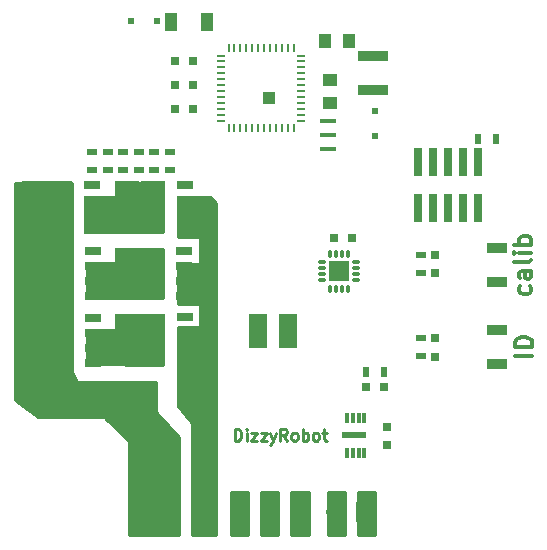
<source format=gbr>
G04 #@! TF.FileFunction,Soldermask,Top*
%FSLAX46Y46*%
G04 Gerber Fmt 4.6, Leading zero omitted, Abs format (unit mm)*
G04 Created by KiCad (PCBNEW 4.0.6) date 10/13/18 21:28:43*
%MOMM*%
%LPD*%
G01*
G04 APERTURE LIST*
%ADD10C,0.100000*%
%ADD11C,0.300000*%
%ADD12C,0.250000*%
%ADD13R,1.000000X1.250000*%
%ADD14R,1.250000X1.000000*%
%ADD15R,0.800000X0.750000*%
%ADD16R,0.750000X0.800000*%
%ADD17R,1.700000X0.900000*%
%ADD18R,0.500000X0.500000*%
%ADD19R,0.800000X0.800000*%
%ADD20R,1.700000X1.700000*%
%ADD21O,1.700000X1.700000*%
%ADD22R,2.500000X0.900000*%
%ADD23R,1.400000X0.700000*%
%ADD24R,4.300000X4.410000*%
%ADD25R,0.900000X0.500000*%
%ADD26R,0.500000X0.900000*%
%ADD27R,0.700000X0.250000*%
%ADD28R,0.250000X0.700000*%
%ADD29R,1.000000X1.000000*%
%ADD30R,0.304800X0.889000*%
%ADD31R,2.000000X0.600000*%
%ADD32O,0.300000X0.750000*%
%ADD33O,0.750000X0.300000*%
%ADD34R,0.900000X0.900000*%
%ADD35R,1.400000X0.400000*%
%ADD36R,1.000000X1.600000*%
%ADD37R,2.150000X2.200000*%
%ADD38R,0.740000X2.400000*%
%ADD39R,1.500000X3.000000*%
%ADD40C,0.254000*%
G04 APERTURE END LIST*
D10*
D11*
X87107143Y-66750000D02*
X87178571Y-66892857D01*
X87178571Y-67178571D01*
X87107143Y-67321429D01*
X87035714Y-67392857D01*
X86892857Y-67464286D01*
X86464286Y-67464286D01*
X86321429Y-67392857D01*
X86250000Y-67321429D01*
X86178571Y-67178571D01*
X86178571Y-66892857D01*
X86250000Y-66750000D01*
X87178571Y-65464286D02*
X86392857Y-65464286D01*
X86250000Y-65535715D01*
X86178571Y-65678572D01*
X86178571Y-65964286D01*
X86250000Y-66107143D01*
X87107143Y-65464286D02*
X87178571Y-65607143D01*
X87178571Y-65964286D01*
X87107143Y-66107143D01*
X86964286Y-66178572D01*
X86821429Y-66178572D01*
X86678571Y-66107143D01*
X86607143Y-65964286D01*
X86607143Y-65607143D01*
X86535714Y-65464286D01*
X87178571Y-64535714D02*
X87107143Y-64678572D01*
X86964286Y-64750000D01*
X85678571Y-64750000D01*
X87178571Y-63964286D02*
X86178571Y-63964286D01*
X85678571Y-63964286D02*
X85750000Y-64035715D01*
X85821429Y-63964286D01*
X85750000Y-63892858D01*
X85678571Y-63964286D01*
X85821429Y-63964286D01*
X87178571Y-63250000D02*
X85678571Y-63250000D01*
X86250000Y-63250000D02*
X86178571Y-63107143D01*
X86178571Y-62821429D01*
X86250000Y-62678572D01*
X86321429Y-62607143D01*
X86464286Y-62535714D01*
X86892857Y-62535714D01*
X87035714Y-62607143D01*
X87107143Y-62678572D01*
X87178571Y-62821429D01*
X87178571Y-63107143D01*
X87107143Y-63250000D01*
X87278571Y-72650000D02*
X85778571Y-72650000D01*
X87278571Y-71935714D02*
X85778571Y-71935714D01*
X85778571Y-71578571D01*
X85850000Y-71364286D01*
X85992857Y-71221428D01*
X86135714Y-71150000D01*
X86421429Y-71078571D01*
X86635714Y-71078571D01*
X86921429Y-71150000D01*
X87064286Y-71221428D01*
X87207143Y-71364286D01*
X87278571Y-71578571D01*
X87278571Y-71935714D01*
D12*
X62066666Y-79852381D02*
X62066666Y-78852381D01*
X62304761Y-78852381D01*
X62447619Y-78900000D01*
X62542857Y-78995238D01*
X62590476Y-79090476D01*
X62638095Y-79280952D01*
X62638095Y-79423810D01*
X62590476Y-79614286D01*
X62542857Y-79709524D01*
X62447619Y-79804762D01*
X62304761Y-79852381D01*
X62066666Y-79852381D01*
X63066666Y-79852381D02*
X63066666Y-79185714D01*
X63066666Y-78852381D02*
X63019047Y-78900000D01*
X63066666Y-78947619D01*
X63114285Y-78900000D01*
X63066666Y-78852381D01*
X63066666Y-78947619D01*
X63447618Y-79185714D02*
X63971428Y-79185714D01*
X63447618Y-79852381D01*
X63971428Y-79852381D01*
X64257142Y-79185714D02*
X64780952Y-79185714D01*
X64257142Y-79852381D01*
X64780952Y-79852381D01*
X65066666Y-79185714D02*
X65304761Y-79852381D01*
X65542857Y-79185714D02*
X65304761Y-79852381D01*
X65209523Y-80090476D01*
X65161904Y-80138095D01*
X65066666Y-80185714D01*
X66495238Y-79852381D02*
X66161904Y-79376190D01*
X65923809Y-79852381D02*
X65923809Y-78852381D01*
X66304762Y-78852381D01*
X66400000Y-78900000D01*
X66447619Y-78947619D01*
X66495238Y-79042857D01*
X66495238Y-79185714D01*
X66447619Y-79280952D01*
X66400000Y-79328571D01*
X66304762Y-79376190D01*
X65923809Y-79376190D01*
X67066666Y-79852381D02*
X66971428Y-79804762D01*
X66923809Y-79757143D01*
X66876190Y-79661905D01*
X66876190Y-79376190D01*
X66923809Y-79280952D01*
X66971428Y-79233333D01*
X67066666Y-79185714D01*
X67209524Y-79185714D01*
X67304762Y-79233333D01*
X67352381Y-79280952D01*
X67400000Y-79376190D01*
X67400000Y-79661905D01*
X67352381Y-79757143D01*
X67304762Y-79804762D01*
X67209524Y-79852381D01*
X67066666Y-79852381D01*
X67828571Y-79852381D02*
X67828571Y-78852381D01*
X67828571Y-79233333D02*
X67923809Y-79185714D01*
X68114286Y-79185714D01*
X68209524Y-79233333D01*
X68257143Y-79280952D01*
X68304762Y-79376190D01*
X68304762Y-79661905D01*
X68257143Y-79757143D01*
X68209524Y-79804762D01*
X68114286Y-79852381D01*
X67923809Y-79852381D01*
X67828571Y-79804762D01*
X68876190Y-79852381D02*
X68780952Y-79804762D01*
X68733333Y-79757143D01*
X68685714Y-79661905D01*
X68685714Y-79376190D01*
X68733333Y-79280952D01*
X68780952Y-79233333D01*
X68876190Y-79185714D01*
X69019048Y-79185714D01*
X69114286Y-79233333D01*
X69161905Y-79280952D01*
X69209524Y-79376190D01*
X69209524Y-79661905D01*
X69161905Y-79757143D01*
X69114286Y-79804762D01*
X69019048Y-79852381D01*
X68876190Y-79852381D01*
X69495238Y-79185714D02*
X69876190Y-79185714D01*
X69638095Y-78852381D02*
X69638095Y-79709524D01*
X69685714Y-79804762D01*
X69780952Y-79852381D01*
X69876190Y-79852381D01*
D13*
X71750000Y-46050000D03*
X69750000Y-46050000D03*
D14*
X70150000Y-51300000D03*
X70150000Y-49300000D03*
D15*
X58550000Y-51800000D03*
X57050000Y-51800000D03*
X58550000Y-49750000D03*
X57050000Y-49750000D03*
X58550000Y-47750000D03*
X57050000Y-47750000D03*
D16*
X75000000Y-80200000D03*
X75000000Y-78700000D03*
D15*
X70500000Y-62700000D03*
X72000000Y-62700000D03*
D17*
X84300000Y-66400000D03*
X84300000Y-63500000D03*
D18*
X73950000Y-51900000D03*
X73950000Y-54100000D03*
D19*
X74750000Y-75350000D03*
X73150000Y-75350000D03*
X79000000Y-71150000D03*
X79000000Y-72750000D03*
D18*
X55500000Y-44350000D03*
X53300000Y-44350000D03*
D19*
X79000000Y-64100000D03*
X79000000Y-65700000D03*
D17*
X84300000Y-73350000D03*
X84300000Y-70450000D03*
D20*
X73200000Y-85900000D03*
D21*
X70660000Y-85900000D03*
D20*
X56600000Y-85900000D03*
X59200000Y-85900000D03*
X62500000Y-85900000D03*
X65040000Y-85900000D03*
X67580000Y-85900000D03*
D22*
X73750000Y-50200000D03*
X73750000Y-47300000D03*
D23*
X50100000Y-73240000D03*
X50100000Y-71970000D03*
X50100000Y-70700000D03*
X50100000Y-69430000D03*
D24*
X46290000Y-71335000D03*
D23*
X50100000Y-67570000D03*
X50100000Y-66300000D03*
X50100000Y-65030000D03*
X50100000Y-63760000D03*
D24*
X46290000Y-65665000D03*
D23*
X50000000Y-62000000D03*
X50000000Y-60730000D03*
X50000000Y-59460000D03*
X50000000Y-58190000D03*
D24*
X46190000Y-60095000D03*
D25*
X77800000Y-72700000D03*
X77800000Y-71200000D03*
X77800000Y-65650000D03*
X77800000Y-64150000D03*
X55250000Y-56950000D03*
X55250000Y-55450000D03*
X56600000Y-56950000D03*
X56600000Y-55450000D03*
X52650000Y-56950000D03*
X52650000Y-55450000D03*
X53950000Y-56950000D03*
X53950000Y-55450000D03*
X50000000Y-56950000D03*
X50000000Y-55450000D03*
X51350000Y-56950000D03*
X51350000Y-55450000D03*
D26*
X73200000Y-74050000D03*
X74700000Y-74050000D03*
D27*
X67700000Y-52750000D03*
X67700000Y-52250000D03*
X67700000Y-51750000D03*
X67700000Y-51250000D03*
X67700000Y-50750000D03*
X67700000Y-50250000D03*
X67700000Y-49750000D03*
X67700000Y-49250000D03*
X67700000Y-48750000D03*
X67700000Y-48250000D03*
X67700000Y-47750000D03*
X67700000Y-47250000D03*
D28*
X67050000Y-46600000D03*
X66550000Y-46600000D03*
X66050000Y-46600000D03*
X65550000Y-46600000D03*
X65050000Y-46600000D03*
X64550000Y-46600000D03*
X64050000Y-46600000D03*
X63550000Y-46600000D03*
X63050000Y-46600000D03*
X62550000Y-46600000D03*
X62050000Y-46600000D03*
X61550000Y-46600000D03*
D27*
X60900000Y-47250000D03*
X60900000Y-47750000D03*
X60900000Y-48250000D03*
X60900000Y-48750000D03*
X60900000Y-49250000D03*
X60900000Y-49750000D03*
X60900000Y-50250000D03*
X60900000Y-50750000D03*
X60900000Y-51250000D03*
X60900000Y-51750000D03*
X60900000Y-52250000D03*
X60900000Y-52750000D03*
D28*
X61550000Y-53400000D03*
X62050000Y-53400000D03*
X62550000Y-53400000D03*
X63050000Y-53400000D03*
X63550000Y-53400000D03*
X64050000Y-53400000D03*
X64550000Y-53400000D03*
X65050000Y-53400000D03*
X65550000Y-53400000D03*
X66050000Y-53400000D03*
X66550000Y-53400000D03*
X67050000Y-53400000D03*
D29*
X65000000Y-50800000D03*
D30*
X73050000Y-77900000D03*
X72550000Y-77900000D03*
X72050000Y-77900000D03*
X71550000Y-77900000D03*
X71550000Y-80922600D03*
X72050000Y-80922600D03*
X72550000Y-80922600D03*
X73050000Y-80922600D03*
D31*
X72200000Y-79411300D03*
D32*
X70150000Y-66975000D03*
X70650000Y-66975000D03*
X71150000Y-66975000D03*
X71650000Y-66975000D03*
D33*
X72375000Y-66250000D03*
X72375000Y-65750000D03*
X72375000Y-65250000D03*
X72375000Y-64750000D03*
D32*
X71650000Y-64025000D03*
X71150000Y-64025000D03*
X70650000Y-64025000D03*
X70150000Y-64025000D03*
D33*
X69425000Y-64750000D03*
X69425000Y-65250000D03*
X69425000Y-65750000D03*
X69425000Y-66250000D03*
D34*
X71350000Y-65050000D03*
X70450000Y-65050000D03*
X71350000Y-65950000D03*
X70450000Y-65950000D03*
D35*
X70000000Y-55150000D03*
X70000000Y-53950000D03*
X70000000Y-52750000D03*
D36*
X56700000Y-44400000D03*
X59700000Y-44400000D03*
D23*
X57823935Y-73205000D03*
X57823935Y-71935000D03*
X57823935Y-70665000D03*
X57823935Y-69395000D03*
D37*
X52958935Y-72400000D03*
X52958935Y-70200000D03*
X55108935Y-72400000D03*
X55108935Y-70200000D03*
D23*
X57810000Y-67605000D03*
X57810000Y-66335000D03*
X57810000Y-65065000D03*
X57810000Y-63795000D03*
D37*
X52945000Y-66800000D03*
X52945000Y-64600000D03*
X55095000Y-66800000D03*
X55095000Y-64600000D03*
D23*
X57823935Y-62000000D03*
X57823935Y-60730000D03*
X57823935Y-59460000D03*
X57823935Y-58190000D03*
D37*
X52958935Y-61195000D03*
X52958935Y-58995000D03*
X55108935Y-61195000D03*
X55108935Y-58995000D03*
D38*
X77610000Y-60150000D03*
X77610000Y-56250000D03*
X78880000Y-60150000D03*
X78880000Y-56250000D03*
X80150000Y-60150000D03*
X80150000Y-56250000D03*
X81420000Y-60150000D03*
X81420000Y-56250000D03*
X82690000Y-60150000D03*
X82690000Y-56250000D03*
D39*
X66600000Y-70600000D03*
X64060000Y-70600000D03*
D26*
X84200000Y-54300000D03*
X82700000Y-54300000D03*
D40*
G36*
X48273000Y-74000000D02*
X48286408Y-74056796D01*
X48686408Y-74856796D01*
X48717454Y-74896515D01*
X48761507Y-74921026D01*
X48800000Y-74927000D01*
X55373000Y-74927000D01*
X55373000Y-77300000D01*
X55383006Y-77349410D01*
X55406028Y-77385429D01*
X57373000Y-79549098D01*
X57373000Y-87873000D01*
X53127000Y-87873000D01*
X53127000Y-80000000D01*
X53116994Y-79950590D01*
X53089803Y-79910197D01*
X51089803Y-77910197D01*
X51047789Y-77882334D01*
X51000000Y-77873000D01*
X45391502Y-77873000D01*
X43427000Y-76435559D01*
X43427000Y-58027000D01*
X48273000Y-58027000D01*
X48273000Y-74000000D01*
X48273000Y-74000000D01*
G37*
X48273000Y-74000000D02*
X48286408Y-74056796D01*
X48686408Y-74856796D01*
X48717454Y-74896515D01*
X48761507Y-74921026D01*
X48800000Y-74927000D01*
X55373000Y-74927000D01*
X55373000Y-77300000D01*
X55383006Y-77349410D01*
X55406028Y-77385429D01*
X57373000Y-79549098D01*
X57373000Y-87873000D01*
X53127000Y-87873000D01*
X53127000Y-80000000D01*
X53116994Y-79950590D01*
X53089803Y-79910197D01*
X51089803Y-77910197D01*
X51047789Y-77882334D01*
X51000000Y-77873000D01*
X45391502Y-77873000D01*
X43427000Y-76435559D01*
X43427000Y-58027000D01*
X48273000Y-58027000D01*
X48273000Y-74000000D01*
G36*
X55974435Y-62173000D02*
X49427000Y-62173000D01*
X49427000Y-59227000D01*
X51850000Y-59227000D01*
X51899410Y-59216994D01*
X51941035Y-59188553D01*
X51968315Y-59146159D01*
X51977000Y-59100000D01*
X51977000Y-58027000D01*
X56021548Y-58027000D01*
X55974435Y-62173000D01*
X55974435Y-62173000D01*
G37*
X55974435Y-62173000D02*
X49427000Y-62173000D01*
X49427000Y-59227000D01*
X51850000Y-59227000D01*
X51899410Y-59216994D01*
X51941035Y-59188553D01*
X51968315Y-59146159D01*
X51977000Y-59100000D01*
X51977000Y-58027000D01*
X56021548Y-58027000D01*
X55974435Y-62173000D01*
G36*
X55974435Y-67773000D02*
X49527000Y-67773000D01*
X49527000Y-64827000D01*
X51900000Y-64827000D01*
X51949410Y-64816994D01*
X51991035Y-64788553D01*
X52018315Y-64746159D01*
X52027000Y-64700000D01*
X52027000Y-63627000D01*
X56021548Y-63627000D01*
X55974435Y-67773000D01*
X55974435Y-67773000D01*
G37*
X55974435Y-67773000D02*
X49527000Y-67773000D01*
X49527000Y-64827000D01*
X51900000Y-64827000D01*
X51949410Y-64816994D01*
X51991035Y-64788553D01*
X52018315Y-64746159D01*
X52027000Y-64700000D01*
X52027000Y-63627000D01*
X56021548Y-63627000D01*
X55974435Y-67773000D01*
G36*
X56023000Y-73422055D02*
X49527000Y-73373937D01*
X49527000Y-70477000D01*
X51900000Y-70477000D01*
X51949410Y-70466994D01*
X51991035Y-70438553D01*
X52018315Y-70396159D01*
X52027000Y-70350000D01*
X52027000Y-69227000D01*
X56023000Y-69227000D01*
X56023000Y-73422055D01*
X56023000Y-73422055D01*
G37*
X56023000Y-73422055D02*
X49527000Y-73373937D01*
X49527000Y-70477000D01*
X51900000Y-70477000D01*
X51949410Y-70466994D01*
X51991035Y-70438553D01*
X52018315Y-70396159D01*
X52027000Y-70350000D01*
X52027000Y-69227000D01*
X56023000Y-69227000D01*
X56023000Y-73422055D01*
G36*
X60473000Y-59702606D02*
X60473000Y-87873000D01*
X58427000Y-87873000D01*
X58427000Y-78350000D01*
X58416994Y-78300590D01*
X58394921Y-78265626D01*
X57227000Y-76951715D01*
X57227000Y-70227000D01*
X59000000Y-70227000D01*
X59049410Y-70216994D01*
X59091035Y-70188553D01*
X59118315Y-70146159D01*
X59127000Y-70100000D01*
X59127000Y-68400000D01*
X59116994Y-68350590D01*
X59088553Y-68308965D01*
X59046159Y-68281685D01*
X59000000Y-68273000D01*
X57227000Y-68273000D01*
X57227000Y-64877000D01*
X59000000Y-64877000D01*
X59049410Y-64866994D01*
X59091035Y-64838553D01*
X59118315Y-64796159D01*
X59127000Y-64750000D01*
X59127000Y-62750000D01*
X59116994Y-62700590D01*
X59088553Y-62658965D01*
X59046159Y-62631685D01*
X59000000Y-62623000D01*
X57227000Y-62623000D01*
X57227000Y-59227000D01*
X59997394Y-59227000D01*
X60473000Y-59702606D01*
X60473000Y-59702606D01*
G37*
X60473000Y-59702606D02*
X60473000Y-87873000D01*
X58427000Y-87873000D01*
X58427000Y-78350000D01*
X58416994Y-78300590D01*
X58394921Y-78265626D01*
X57227000Y-76951715D01*
X57227000Y-70227000D01*
X59000000Y-70227000D01*
X59049410Y-70216994D01*
X59091035Y-70188553D01*
X59118315Y-70146159D01*
X59127000Y-70100000D01*
X59127000Y-68400000D01*
X59116994Y-68350590D01*
X59088553Y-68308965D01*
X59046159Y-68281685D01*
X59000000Y-68273000D01*
X57227000Y-68273000D01*
X57227000Y-64877000D01*
X59000000Y-64877000D01*
X59049410Y-64866994D01*
X59091035Y-64838553D01*
X59118315Y-64796159D01*
X59127000Y-64750000D01*
X59127000Y-62750000D01*
X59116994Y-62700590D01*
X59088553Y-62658965D01*
X59046159Y-62631685D01*
X59000000Y-62623000D01*
X57227000Y-62623000D01*
X57227000Y-59227000D01*
X59997394Y-59227000D01*
X60473000Y-59702606D01*
G36*
X63223000Y-87873000D02*
X61777000Y-87873000D01*
X61777000Y-84177000D01*
X63223000Y-84177000D01*
X63223000Y-87873000D01*
X63223000Y-87873000D01*
G37*
X63223000Y-87873000D02*
X61777000Y-87873000D01*
X61777000Y-84177000D01*
X63223000Y-84177000D01*
X63223000Y-87873000D01*
G36*
X65773000Y-87873000D02*
X64277000Y-87873000D01*
X64277000Y-84177000D01*
X65773000Y-84177000D01*
X65773000Y-87873000D01*
X65773000Y-87873000D01*
G37*
X65773000Y-87873000D02*
X64277000Y-87873000D01*
X64277000Y-84177000D01*
X65773000Y-84177000D01*
X65773000Y-87873000D01*
G36*
X68373000Y-87873000D02*
X66827000Y-87873000D01*
X66827000Y-84177000D01*
X68373000Y-84177000D01*
X68373000Y-87873000D01*
X68373000Y-87873000D01*
G37*
X68373000Y-87873000D02*
X66827000Y-87873000D01*
X66827000Y-84177000D01*
X68373000Y-84177000D01*
X68373000Y-87873000D01*
G36*
X71373000Y-87873000D02*
X69927000Y-87873000D01*
X69927000Y-84227000D01*
X71373000Y-84227000D01*
X71373000Y-87873000D01*
X71373000Y-87873000D01*
G37*
X71373000Y-87873000D02*
X69927000Y-87873000D01*
X69927000Y-84227000D01*
X71373000Y-84227000D01*
X71373000Y-87873000D01*
G36*
X73973000Y-87873000D02*
X72477000Y-87873000D01*
X72477000Y-84227000D01*
X73973000Y-84227000D01*
X73973000Y-87873000D01*
X73973000Y-87873000D01*
G37*
X73973000Y-87873000D02*
X72477000Y-87873000D01*
X72477000Y-84227000D01*
X73973000Y-84227000D01*
X73973000Y-87873000D01*
M02*

</source>
